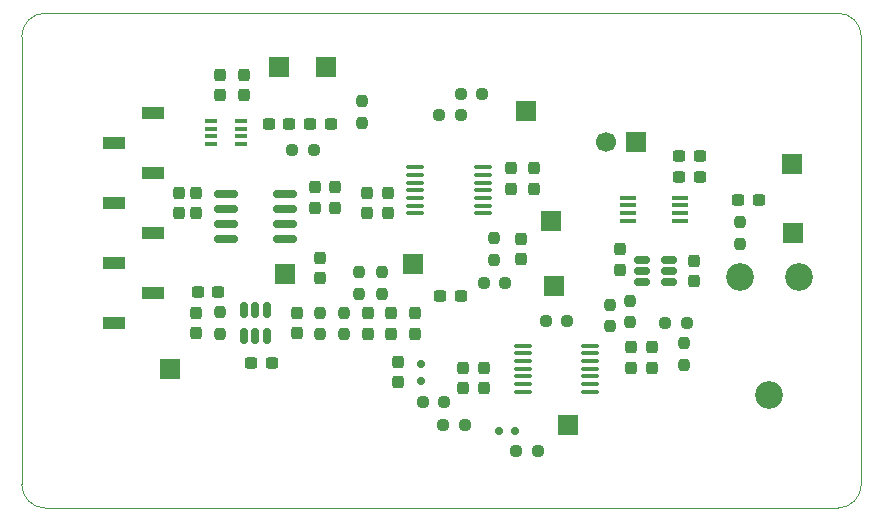
<source format=gbr>
%TF.GenerationSoftware,KiCad,Pcbnew,9.0.4*%
%TF.CreationDate,2025-12-09T22:33:46-05:00*%
%TF.ProjectId,EMG_BCI_PCB,454d475f-4243-4495-9f50-43422e6b6963,rev?*%
%TF.SameCoordinates,Original*%
%TF.FileFunction,Soldermask,Top*%
%TF.FilePolarity,Negative*%
%FSLAX46Y46*%
G04 Gerber Fmt 4.6, Leading zero omitted, Abs format (unit mm)*
G04 Created by KiCad (PCBNEW 9.0.4) date 2025-12-09 22:33:46*
%MOMM*%
%LPD*%
G01*
G04 APERTURE LIST*
G04 Aperture macros list*
%AMRoundRect*
0 Rectangle with rounded corners*
0 $1 Rounding radius*
0 $2 $3 $4 $5 $6 $7 $8 $9 X,Y pos of 4 corners*
0 Add a 4 corners polygon primitive as box body*
4,1,4,$2,$3,$4,$5,$6,$7,$8,$9,$2,$3,0*
0 Add four circle primitives for the rounded corners*
1,1,$1+$1,$2,$3*
1,1,$1+$1,$4,$5*
1,1,$1+$1,$6,$7*
1,1,$1+$1,$8,$9*
0 Add four rect primitives between the rounded corners*
20,1,$1+$1,$2,$3,$4,$5,0*
20,1,$1+$1,$4,$5,$6,$7,0*
20,1,$1+$1,$6,$7,$8,$9,0*
20,1,$1+$1,$8,$9,$2,$3,0*%
G04 Aperture macros list end*
%ADD10R,1.700000X1.700000*%
%ADD11RoundRect,0.237500X-0.250000X-0.237500X0.250000X-0.237500X0.250000X0.237500X-0.250000X0.237500X0*%
%ADD12RoundRect,0.100000X-0.637500X-0.100000X0.637500X-0.100000X0.637500X0.100000X-0.637500X0.100000X0*%
%ADD13RoundRect,0.237500X0.237500X-0.300000X0.237500X0.300000X-0.237500X0.300000X-0.237500X-0.300000X0*%
%ADD14RoundRect,0.237500X0.250000X0.237500X-0.250000X0.237500X-0.250000X-0.237500X0.250000X-0.237500X0*%
%ADD15RoundRect,0.237500X-0.237500X0.300000X-0.237500X-0.300000X0.237500X-0.300000X0.237500X0.300000X0*%
%ADD16RoundRect,0.237500X0.300000X0.237500X-0.300000X0.237500X-0.300000X-0.237500X0.300000X-0.237500X0*%
%ADD17RoundRect,0.150000X-0.150000X-0.200000X0.150000X-0.200000X0.150000X0.200000X-0.150000X0.200000X0*%
%ADD18RoundRect,0.237500X-0.237500X0.250000X-0.237500X-0.250000X0.237500X-0.250000X0.237500X0.250000X0*%
%ADD19R,1.050000X0.450000*%
%ADD20RoundRect,0.100000X0.637500X0.100000X-0.637500X0.100000X-0.637500X-0.100000X0.637500X-0.100000X0*%
%ADD21RoundRect,0.150000X0.200000X-0.150000X0.200000X0.150000X-0.200000X0.150000X-0.200000X-0.150000X0*%
%ADD22RoundRect,0.237500X0.237500X-0.250000X0.237500X0.250000X-0.237500X0.250000X-0.237500X-0.250000X0*%
%ADD23RoundRect,0.237500X-0.300000X-0.237500X0.300000X-0.237500X0.300000X0.237500X-0.300000X0.237500X0*%
%ADD24C,1.700000*%
%ADD25R,1.900000X1.000000*%
%ADD26RoundRect,0.150000X-0.150000X0.512500X-0.150000X-0.512500X0.150000X-0.512500X0.150000X0.512500X0*%
%ADD27RoundRect,0.150000X0.512500X0.150000X-0.512500X0.150000X-0.512500X-0.150000X0.512500X-0.150000X0*%
%ADD28C,2.340000*%
%ADD29R,1.450000X0.450000*%
%ADD30RoundRect,0.150000X-0.825000X-0.150000X0.825000X-0.150000X0.825000X0.150000X-0.825000X0.150000X0*%
%TA.AperFunction,Profile*%
%ADD31C,0.100000*%
%TD*%
G04 APERTURE END LIST*
D10*
%TO.C,TP8*%
X123350000Y-101650000D03*
%TD*%
D11*
%TO.C,R7*%
X144687500Y-106600000D03*
X146512500Y-106600000D03*
%TD*%
D12*
%TO.C,U3*%
X132637500Y-108550000D03*
X132637500Y-109200000D03*
X132637500Y-109850000D03*
X132637500Y-110500000D03*
X132637500Y-111150000D03*
X132637500Y-111800000D03*
X132637500Y-112450000D03*
X138362500Y-112450000D03*
X138362500Y-111800000D03*
X138362500Y-111150000D03*
X138362500Y-110500000D03*
X138362500Y-109850000D03*
X138362500Y-109200000D03*
X138362500Y-108550000D03*
%TD*%
D13*
%TO.C,C4*%
X115000000Y-96862500D03*
X115000000Y-95137500D03*
%TD*%
D14*
%TO.C,R16*%
X127718750Y-115306250D03*
X125893750Y-115306250D03*
%TD*%
D15*
%TO.C,C15*%
X131612500Y-93537500D03*
X131612500Y-95262500D03*
%TD*%
D13*
%TO.C,C26*%
X105000000Y-107500000D03*
X105000000Y-105775000D03*
%TD*%
D16*
%TO.C,C29*%
X106862500Y-104000000D03*
X105137500Y-104000000D03*
%TD*%
D17*
%TO.C,D4*%
X132006250Y-115806250D03*
X130606250Y-115806250D03*
%TD*%
D10*
%TO.C,TP6*%
X112500000Y-102500000D03*
%TD*%
D15*
%TO.C,C30*%
X113500000Y-105775000D03*
X113500000Y-107500000D03*
%TD*%
D18*
%TO.C,R21*%
X107000000Y-105725000D03*
X107000000Y-107550000D03*
%TD*%
D19*
%TO.C,U1*%
X106200000Y-89525000D03*
X106200000Y-90175000D03*
X106200000Y-90825000D03*
X106200000Y-91475000D03*
X108800000Y-91475000D03*
X108800000Y-90825000D03*
X108800000Y-90175000D03*
X108800000Y-89525000D03*
%TD*%
D20*
%TO.C,U2*%
X129225000Y-97350000D03*
X129225000Y-96700000D03*
X129225000Y-96050000D03*
X129225000Y-95400000D03*
X129225000Y-94750000D03*
X129225000Y-94100000D03*
X129225000Y-93450000D03*
X123500000Y-93450000D03*
X123500000Y-94100000D03*
X123500000Y-94750000D03*
X123500000Y-95400000D03*
X123500000Y-96050000D03*
X123500000Y-96700000D03*
X123500000Y-97350000D03*
%TD*%
D14*
%TO.C,R11*%
X114912500Y-92000000D03*
X113087500Y-92000000D03*
%TD*%
D15*
%TO.C,C32*%
X119500000Y-105831250D03*
X119500000Y-107556250D03*
%TD*%
D14*
%TO.C,R4*%
X136412500Y-106500000D03*
X134587500Y-106500000D03*
%TD*%
D21*
%TO.C,D3*%
X124056250Y-110106250D03*
X124056250Y-111506250D03*
%TD*%
D10*
%TO.C,TP3*%
X136500000Y-115250000D03*
%TD*%
D15*
%TO.C,C25*%
X103500000Y-95637500D03*
X103500000Y-97362500D03*
%TD*%
D10*
%TO.C,TP1*%
X135250000Y-103500000D03*
%TD*%
D22*
%TO.C,R13*%
X146250000Y-110162500D03*
X146250000Y-108337500D03*
%TD*%
D10*
%TO.C,TP2*%
X135000000Y-98000000D03*
%TD*%
D18*
%TO.C,R17*%
X151000000Y-98087500D03*
X151000000Y-99912500D03*
%TD*%
D23*
%TO.C,C18*%
X150887500Y-96250000D03*
X152612500Y-96250000D03*
%TD*%
D16*
%TO.C,C10*%
X116362500Y-89800000D03*
X114637500Y-89800000D03*
%TD*%
D10*
%TO.C,J2*%
X142250000Y-91275000D03*
D24*
X139710000Y-91275000D03*
%TD*%
D10*
%TO.C,TP10*%
X155400000Y-93200000D03*
%TD*%
D25*
%TO.C,J1*%
X101300000Y-88880000D03*
X98000000Y-91420000D03*
X101300000Y-93960000D03*
X98000000Y-96500000D03*
X101300000Y-99040000D03*
X98000000Y-101580000D03*
X101300000Y-104120000D03*
X98000000Y-106660000D03*
%TD*%
D15*
%TO.C,C2*%
X115500000Y-101137500D03*
X115500000Y-102862500D03*
%TD*%
D11*
%TO.C,R1*%
X127387500Y-87250000D03*
X129212500Y-87250000D03*
%TD*%
D13*
%TO.C,C11*%
X132468750Y-101225000D03*
X132468750Y-99500000D03*
%TD*%
%TO.C,C16*%
X121218750Y-97362500D03*
X121218750Y-95637500D03*
%TD*%
D18*
%TO.C,R3*%
X120750000Y-102337500D03*
X120750000Y-104162500D03*
%TD*%
D13*
%TO.C,C22*%
X143556250Y-110418750D03*
X143556250Y-108693750D03*
%TD*%
D23*
%TO.C,C23*%
X145887500Y-94250000D03*
X147612500Y-94250000D03*
%TD*%
D18*
%TO.C,R9*%
X130218750Y-99450000D03*
X130218750Y-101275000D03*
%TD*%
D15*
%TO.C,C7*%
X147112500Y-101387500D03*
X147112500Y-103112500D03*
%TD*%
D10*
%TO.C,TP9*%
X132900000Y-88700000D03*
%TD*%
%TO.C,TP4*%
X155500000Y-99000000D03*
%TD*%
D18*
%TO.C,R24*%
X115500000Y-105781250D03*
X115500000Y-107606250D03*
%TD*%
D14*
%TO.C,R15*%
X133912500Y-117500000D03*
X132087500Y-117500000D03*
%TD*%
D18*
%TO.C,R5*%
X140000000Y-105087500D03*
X140000000Y-106912500D03*
%TD*%
D26*
%TO.C,U7*%
X110950000Y-105500000D03*
X110000000Y-105500000D03*
X109050000Y-105500000D03*
X109050000Y-107775000D03*
X110000000Y-107775000D03*
X110950000Y-107775000D03*
%TD*%
D15*
%TO.C,C6*%
X109000000Y-85637500D03*
X109000000Y-87362500D03*
%TD*%
D14*
%TO.C,R14*%
X125968750Y-113306250D03*
X124143750Y-113306250D03*
%TD*%
D15*
%TO.C,C37*%
X121500000Y-105831250D03*
X121500000Y-107556250D03*
%TD*%
D27*
%TO.C,U8*%
X145000000Y-103200000D03*
X145000000Y-102250000D03*
X145000000Y-101300000D03*
X142725000Y-101300000D03*
X142725000Y-102250000D03*
X142725000Y-103200000D03*
%TD*%
D10*
%TO.C,TP5*%
X112000000Y-85000000D03*
%TD*%
D15*
%TO.C,C21*%
X129306250Y-110443750D03*
X129306250Y-112168750D03*
%TD*%
D10*
%TO.C,TP7*%
X116000000Y-85000000D03*
%TD*%
D15*
%TO.C,C8*%
X107000000Y-85637500D03*
X107000000Y-87362500D03*
%TD*%
D16*
%TO.C,C9*%
X112862500Y-89800000D03*
X111137500Y-89800000D03*
%TD*%
D23*
%TO.C,C24*%
X145887500Y-92500000D03*
X147612500Y-92500000D03*
%TD*%
D14*
%TO.C,R12*%
X127381250Y-89000000D03*
X125556250Y-89000000D03*
%TD*%
D15*
%TO.C,C36*%
X123500000Y-105831250D03*
X123500000Y-107556250D03*
%TD*%
%TO.C,C13*%
X133612500Y-93537500D03*
X133612500Y-95262500D03*
%TD*%
%TO.C,C1*%
X105000000Y-95637500D03*
X105000000Y-97362500D03*
%TD*%
D13*
%TO.C,C17*%
X122056250Y-111668750D03*
X122056250Y-109943750D03*
%TD*%
D28*
%TO.C,RV1*%
X151000000Y-102750000D03*
X153500000Y-112750000D03*
X156000000Y-102750000D03*
%TD*%
D11*
%TO.C,R8*%
X129337500Y-103250000D03*
X131162500Y-103250000D03*
%TD*%
D10*
%TO.C,TP11*%
X102750000Y-110500000D03*
%TD*%
D18*
%TO.C,R25*%
X117500000Y-105781250D03*
X117500000Y-107606250D03*
%TD*%
D29*
%TO.C,U9*%
X141550000Y-96025000D03*
X141550000Y-96675000D03*
X141550000Y-97325000D03*
X141550000Y-97975000D03*
X145950000Y-97975000D03*
X145950000Y-97325000D03*
X145950000Y-96675000D03*
X145950000Y-96025000D03*
%TD*%
D13*
%TO.C,C20*%
X141806250Y-110418750D03*
X141806250Y-108693750D03*
%TD*%
D22*
%TO.C,R2*%
X118750000Y-104162500D03*
X118750000Y-102337500D03*
%TD*%
D15*
%TO.C,C5*%
X140862500Y-100387500D03*
X140862500Y-102112500D03*
%TD*%
D30*
%TO.C,U5*%
X107525000Y-95730000D03*
X107525000Y-97000000D03*
X107525000Y-98270000D03*
X107525000Y-99540000D03*
X112475000Y-99540000D03*
X112475000Y-98270000D03*
X112475000Y-97000000D03*
X112475000Y-95730000D03*
%TD*%
D15*
%TO.C,C19*%
X127556250Y-110443750D03*
X127556250Y-112168750D03*
%TD*%
D13*
%TO.C,C3*%
X116750000Y-96862500D03*
X116750000Y-95137500D03*
%TD*%
D22*
%TO.C,R10*%
X119000000Y-89662500D03*
X119000000Y-87837500D03*
%TD*%
D13*
%TO.C,C14*%
X119468750Y-97362500D03*
X119468750Y-95637500D03*
%TD*%
D16*
%TO.C,C12*%
X127362500Y-104350000D03*
X125637500Y-104350000D03*
%TD*%
D22*
%TO.C,R6*%
X141700000Y-106562500D03*
X141700000Y-104737500D03*
%TD*%
D23*
%TO.C,C27*%
X109637500Y-110000000D03*
X111362500Y-110000000D03*
%TD*%
D31*
X161300000Y-120300000D02*
G75*
G02*
X159300000Y-122300000I-2000000J0D01*
G01*
X92200000Y-122300000D02*
G75*
G02*
X90200000Y-120300000I0J2000000D01*
G01*
X159300000Y-80400000D02*
G75*
G02*
X161300000Y-82400000I0J-2000000D01*
G01*
X90200000Y-82400000D02*
G75*
G02*
X92200000Y-80400000I2000000J0D01*
G01*
X161300000Y-82400000D02*
X161300000Y-120300000D01*
X90200000Y-120300000D02*
X90200000Y-82400000D01*
X159300000Y-122300000D02*
X92200000Y-122300000D01*
X92200000Y-80400000D02*
X159300000Y-80400000D01*
M02*

</source>
